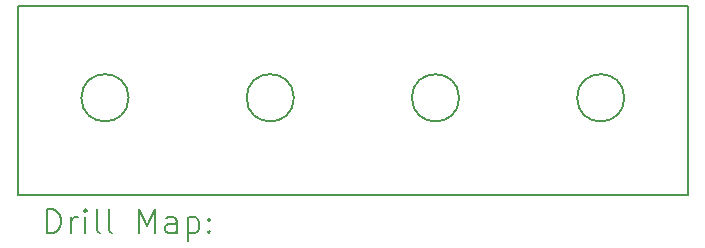
<source format=gbr>
%TF.GenerationSoftware,KiCad,Pcbnew,(6.0.11)*%
%TF.CreationDate,2024-04-14T00:29:41+01:00*%
%TF.ProjectId,RJ21_RJ45_PRIMARY_BREAKOUT_INSULATOR,524a3231-5f52-44a3-9435-5f5052494d41,rev?*%
%TF.SameCoordinates,Original*%
%TF.FileFunction,Drillmap*%
%TF.FilePolarity,Positive*%
%FSLAX45Y45*%
G04 Gerber Fmt 4.5, Leading zero omitted, Abs format (unit mm)*
G04 Created by KiCad (PCBNEW (6.0.11)) date 2024-04-14 00:29:41*
%MOMM*%
%LPD*%
G01*
G04 APERTURE LIST*
%ADD10C,0.150000*%
%ADD11C,0.200000*%
G04 APERTURE END LIST*
D10*
X17160500Y-8885000D02*
G75*
G03*
X17160500Y-8885000I-200000J0D01*
G01*
X18559500Y-8885000D02*
G75*
G03*
X18559500Y-8885000I-200000J0D01*
G01*
X15761500Y-8885000D02*
G75*
G03*
X15761500Y-8885000I-200000J0D01*
G01*
X14362500Y-8885000D02*
G75*
G03*
X14362500Y-8885000I-200000J0D01*
G01*
X13423500Y-8112000D02*
X19098500Y-8112000D01*
X19098500Y-8112000D02*
X19098500Y-9712000D01*
X19098500Y-9712000D02*
X13423500Y-9712000D01*
X13423500Y-9712000D02*
X13423500Y-8112000D01*
D11*
X13673619Y-10029976D02*
X13673619Y-9829976D01*
X13721238Y-9829976D01*
X13749809Y-9839500D01*
X13768857Y-9858548D01*
X13778381Y-9877595D01*
X13787905Y-9915690D01*
X13787905Y-9944262D01*
X13778381Y-9982357D01*
X13768857Y-10001405D01*
X13749809Y-10020452D01*
X13721238Y-10029976D01*
X13673619Y-10029976D01*
X13873619Y-10029976D02*
X13873619Y-9896643D01*
X13873619Y-9934738D02*
X13883143Y-9915690D01*
X13892667Y-9906167D01*
X13911714Y-9896643D01*
X13930762Y-9896643D01*
X13997428Y-10029976D02*
X13997428Y-9896643D01*
X13997428Y-9829976D02*
X13987905Y-9839500D01*
X13997428Y-9849024D01*
X14006952Y-9839500D01*
X13997428Y-9829976D01*
X13997428Y-9849024D01*
X14121238Y-10029976D02*
X14102190Y-10020452D01*
X14092667Y-10001405D01*
X14092667Y-9829976D01*
X14226000Y-10029976D02*
X14206952Y-10020452D01*
X14197428Y-10001405D01*
X14197428Y-9829976D01*
X14454571Y-10029976D02*
X14454571Y-9829976D01*
X14521238Y-9972833D01*
X14587905Y-9829976D01*
X14587905Y-10029976D01*
X14768857Y-10029976D02*
X14768857Y-9925214D01*
X14759333Y-9906167D01*
X14740286Y-9896643D01*
X14702190Y-9896643D01*
X14683143Y-9906167D01*
X14768857Y-10020452D02*
X14749809Y-10029976D01*
X14702190Y-10029976D01*
X14683143Y-10020452D01*
X14673619Y-10001405D01*
X14673619Y-9982357D01*
X14683143Y-9963310D01*
X14702190Y-9953786D01*
X14749809Y-9953786D01*
X14768857Y-9944262D01*
X14864095Y-9896643D02*
X14864095Y-10096643D01*
X14864095Y-9906167D02*
X14883143Y-9896643D01*
X14921238Y-9896643D01*
X14940286Y-9906167D01*
X14949809Y-9915690D01*
X14959333Y-9934738D01*
X14959333Y-9991881D01*
X14949809Y-10010929D01*
X14940286Y-10020452D01*
X14921238Y-10029976D01*
X14883143Y-10029976D01*
X14864095Y-10020452D01*
X15045048Y-10010929D02*
X15054571Y-10020452D01*
X15045048Y-10029976D01*
X15035524Y-10020452D01*
X15045048Y-10010929D01*
X15045048Y-10029976D01*
X15045048Y-9906167D02*
X15054571Y-9915690D01*
X15045048Y-9925214D01*
X15035524Y-9915690D01*
X15045048Y-9906167D01*
X15045048Y-9925214D01*
M02*

</source>
